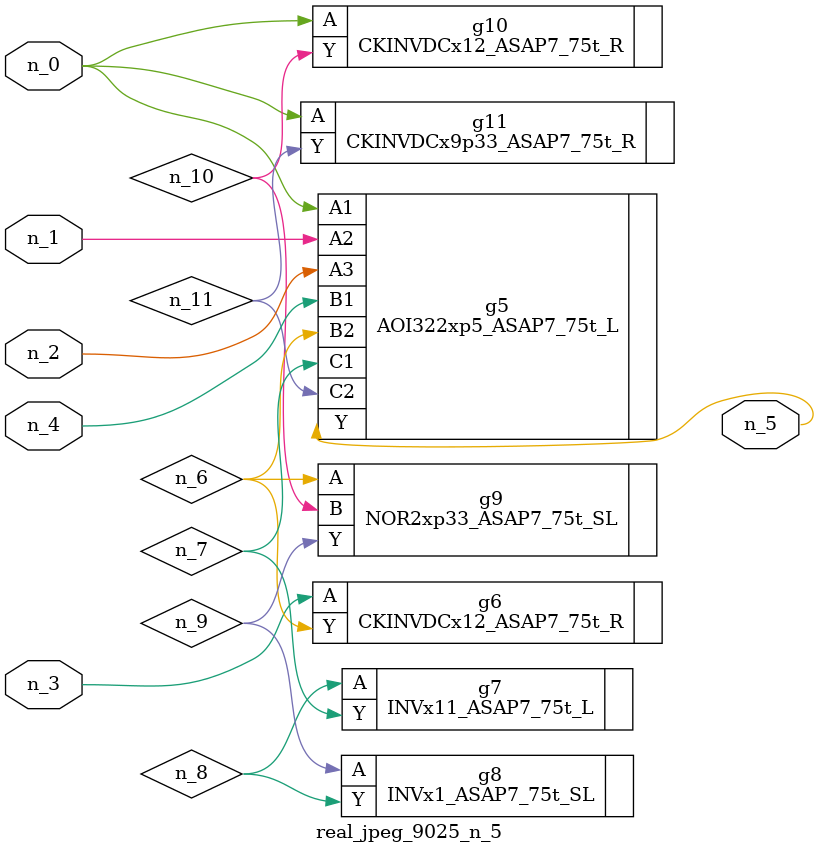
<source format=v>
module real_jpeg_9025_n_5 (n_4, n_0, n_1, n_2, n_3, n_5);

input n_4;
input n_0;
input n_1;
input n_2;
input n_3;

output n_5;

wire n_8;
wire n_11;
wire n_6;
wire n_7;
wire n_10;
wire n_9;

AOI322xp5_ASAP7_75t_L g5 ( 
.A1(n_0),
.A2(n_1),
.A3(n_2),
.B1(n_4),
.B2(n_6),
.C1(n_7),
.C2(n_11),
.Y(n_5)
);

CKINVDCx12_ASAP7_75t_R g10 ( 
.A(n_0),
.Y(n_10)
);

CKINVDCx9p33_ASAP7_75t_R g11 ( 
.A(n_0),
.Y(n_11)
);

CKINVDCx12_ASAP7_75t_R g6 ( 
.A(n_3),
.Y(n_6)
);

NOR2xp33_ASAP7_75t_SL g9 ( 
.A(n_6),
.B(n_10),
.Y(n_9)
);

INVx11_ASAP7_75t_L g7 ( 
.A(n_8),
.Y(n_7)
);

INVx1_ASAP7_75t_SL g8 ( 
.A(n_9),
.Y(n_8)
);


endmodule
</source>
